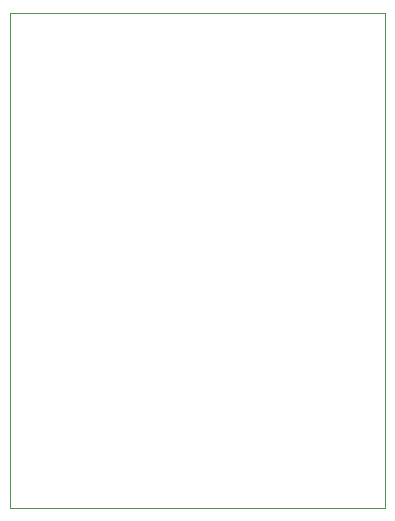
<source format=gbr>
%TF.GenerationSoftware,KiCad,Pcbnew,7.0.8*%
%TF.CreationDate,2023-11-03T11:40:41-07:00*%
%TF.ProjectId,bus_driver,6275735f-6472-4697-9665-722e6b696361,rev?*%
%TF.SameCoordinates,Original*%
%TF.FileFunction,Profile,NP*%
%FSLAX46Y46*%
G04 Gerber Fmt 4.6, Leading zero omitted, Abs format (unit mm)*
G04 Created by KiCad (PCBNEW 7.0.8) date 2023-11-03 11:40:41*
%MOMM*%
%LPD*%
G01*
G04 APERTURE LIST*
%TA.AperFunction,Profile*%
%ADD10C,0.100000*%
%TD*%
G04 APERTURE END LIST*
D10*
X133350000Y-90170000D02*
X165100000Y-90170000D01*
X165100000Y-132080000D01*
X133350000Y-132080000D01*
X133350000Y-90170000D01*
M02*

</source>
